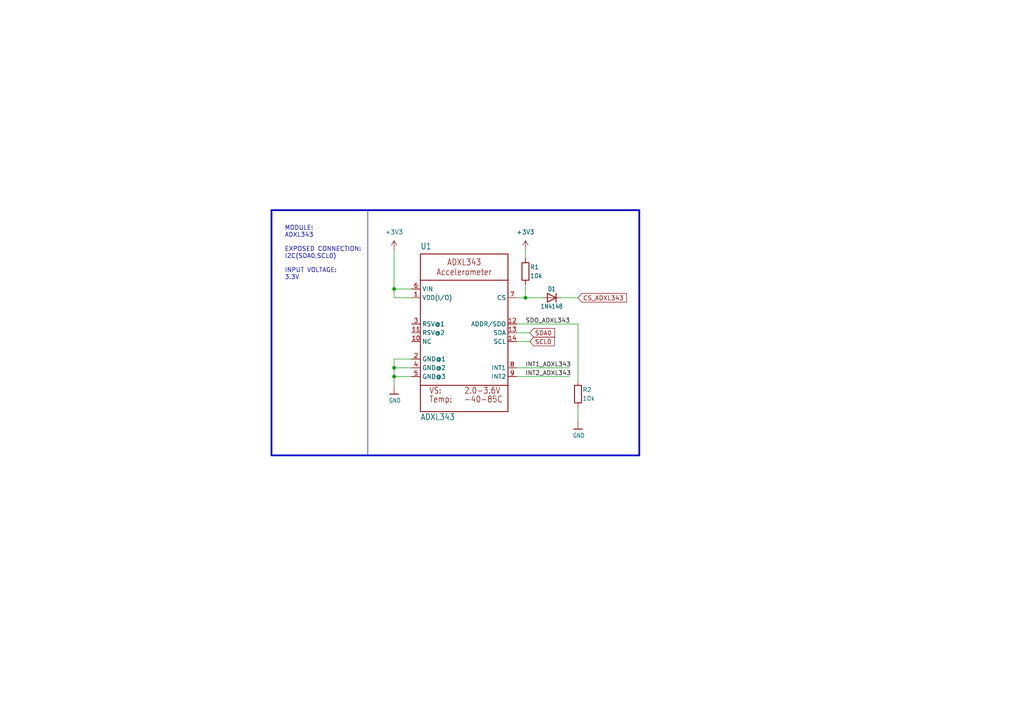
<source format=kicad_sch>
(kicad_sch (version 20230121) (generator eeschema)
  (paper "A4")
  (lib_symbols
    (symbol "Adafruit ADXL375-eagle-import:ACCEL_ADXL343"
      (property "Reference" "U" (at -12.7 26.162 0))
      (symbol "ACCEL_ADXL343_1_0"
        (polyline (pts (xy -12.7 -22.86) (xy 12.7 -22.86)) (stroke (width 0.254)))
        (polyline (pts (xy -12.7 -15.24) (xy -12.7 -22.86)) (stroke (width 0.254)))
        (polyline (pts (xy -12.7 -15.24) (xy -12.7 15.24)) (stroke (width 0.254)))
        (polyline (pts (xy -12.7 15.24) (xy 12.7 15.24)) (stroke (width 0.254)))
        (polyline (pts (xy -12.7 22.86) (xy -12.7 15.24)) (stroke (width 0.254)))
        (polyline (pts (xy -12.7 22.86) (xy 12.7 22.86)) (stroke (width 0.254)))
        (polyline (pts (xy 12.7 -15.24) (xy -12.7 -15.24)) (stroke (width 0.254)))
        (polyline (pts (xy 12.7 -15.24) (xy 12.7 -22.86)) (stroke (width 0.254)))
        (polyline (pts (xy 12.7 15.24) (xy 12.7 -15.24)) (stroke (width 0.254)))
        (polyline (pts (xy 12.7 22.86) (xy 12.7 15.24)) (stroke (width 0.254)))
        (text "-40-85C" (at 0 -20.32 0) (effects (font (size 1.778 1.5113)) (justify left bottom)))
        (text "2.0-3.6V" (at 0 -17.78 0) (effects (font (size 1.778 1.5113)) (justify left bottom)))
        (text "ADXL343\nAccelerometer" (at 0 19.05 0) (effects (font (size 1.778 1.5113))))
        (text "Temp:" (at -10.16 -20.32 0) (effects (font (size 1.778 1.5113)) (justify left bottom)))
        (text "VS:" (at -10.16 -17.78 0) (effects (font (size 1.778 1.5113)) (justify left bottom)))
        (pin bidirectional line (at -15.24 10.16 0) (length 2.54) (name "VDD(I/O)") (number "1"))
        (pin bidirectional line (at -15.24 -2.54 0) (length 2.54) (name "NC") (number "10"))
        (pin bidirectional line (at -15.24 0 0) (length 2.54) (name "RSV@2") (number "11"))
        (pin bidirectional line (at 15.24 2.54 180) (length 2.54) (name "ADDR/SDO") (number "12"))
        (pin bidirectional line (at 15.24 0 180) (length 2.54) (name "SDA") (number "13"))
        (pin bidirectional line (at 15.24 -2.54 180) (length 2.54) (name "SCL") (number "14"))
        (pin bidirectional line (at -15.24 -7.62 0) (length 2.54) (name "GND@1") (number "2"))
        (pin bidirectional line (at -15.24 2.54 0) (length 2.54) (name "RSV@1") (number "3"))
        (pin bidirectional line (at -15.24 -10.16 0) (length 2.54) (name "GND@2") (number "4"))
        (pin bidirectional line (at -15.24 -12.7 0) (length 2.54) (name "GND@3") (number "5"))
        (pin bidirectional line (at -15.24 12.7 0) (length 2.54) (name "VIN") (number "6"))
        (pin bidirectional line (at 15.24 10.16 180) (length 2.54) (name "CS") (number "7"))
        (pin bidirectional line (at 15.24 -10.16 180) (length 2.54) (name "INT1") (number "8"))
        (pin bidirectional line (at 15.24 -12.7 180) (length 2.54) (name "INT2") (number "9"))
      )
    )
    (symbol "Adafruit ADXL375-eagle-import:DIODESOD-323"
      (property "Reference" "D" (at 0 2.54 0))
      (symbol "DIODESOD-323_1_0"
        (polyline (pts (xy -1.27 -1.27) (xy 1.27 0)) (stroke (width 0.254)))
        (polyline (pts (xy -1.27 1.27) (xy -1.27 -1.27)) (stroke (width 0.254)))
        (polyline (pts (xy 1.27 0) (xy -1.27 1.27)) (stroke (width 0.254)))
        (polyline (pts (xy 1.27 0) (xy 1.27 -1.27)) (stroke (width 0.254)))
        (polyline (pts (xy 1.27 1.27) (xy 1.27 0)) (stroke (width 0.254)))
        (pin passive line (at -2.54 0 0) (length 2.54) (name "A") (number "A"))
        (pin passive line (at 2.54 0 180) (length 2.54) (name "C") (number "C"))
      )
    )
    (symbol "Adafruit ADXL375-eagle-import:GND" (power)
      (property "Value" "GND" (at -1.524 -2.54 0))
      (symbol "GND_1_0"
        (polyline (pts (xy -1.27 0) (xy 1.27 0)) (stroke (width 0.254)))
        (pin power_in line (at 0 2.54 270) (length 2.54) (name "GND") (number "1"))
      )
    )
    (symbol "Device:R" (pin_numbers hide) (pin_names (offset 0))
      (property "Reference" "R" (at 2.032 0 90))
      (property "Value" "R" (at 0 0 90))
      (symbol "R_0_1"
        (rectangle (start -1.016 -2.54) (end 1.016 2.54) (stroke (width 0.254)))
      )
      (symbol "R_1_1"
        (pin passive line (at 0 3.81 270) (length 1.27) (name "~") (number "1"))
        (pin passive line (at 0 -3.81 90) (length 1.27) (name "~") (number "2"))
      )
    )
    (symbol "power:+3V3" (power) (pin_names (offset 0))
      (property "Value" "+3V3" (at 0 3.556 0))
      (symbol "+3V3_0_1"
        (polyline (pts (xy -0.762 1.27) (xy 0 2.54)))
        (polyline (pts (xy 0 0) (xy 0 2.54)))
        (polyline (pts (xy 0 2.54) (xy 0.762 1.27)))
      )
      (symbol "+3V3_1_1"
        (pin power_in line (at 0 0 90) (length 0) hide (name "+3V3") (number "1"))
      )
    )
  )
  (junction (at 114.3 109.22))
  (junction (at 114.3 83.82))
  (junction (at 114.3 106.68))
  (junction (at 152.4 86.36))
  (wire (pts (xy 167.64 118.11) (xy 167.64 119.38)))
  (wire (pts (xy 149.86 93.98) (xy 167.64 93.98)) (stroke (width 0.1524)))
  (wire (pts (xy 149.86 99.06) (xy 153.67 99.06)) (stroke (width 0.1524)))
  (wire (pts (xy 114.3 109.22) (xy 114.3 111.76)) (stroke (width 0.1524)))
  (wire (pts (xy 114.3 86.36) (xy 114.3 83.82)) (stroke (width 0.1524)))
  (wire (pts (xy 114.3 83.82) (xy 114.3 72.39)) (stroke (width 0.1524)))
  (wire (pts (xy 152.4 72.39) (xy 152.4 74.93)) (stroke (width 0.1524)))
  (wire (pts (xy 167.64 93.98) (xy 167.64 110.49)) (stroke (width 0.1524)))
  (wire (pts (xy 152.4 86.36) (xy 149.86 86.36)) (stroke (width 0.1524)))
  (wire (pts (xy 167.64 119.38) (xy 167.64 121.92)) (stroke (width 0.1524)))
  (wire (pts (xy 149.86 109.22) (xy 165.1 109.22)) (stroke (width 0.1524)))
  (wire (pts (xy 152.4 86.36) (xy 157.48 86.36)) (stroke (width 0.1524)))
  (wire (pts (xy 119.38 106.68) (xy 114.3 106.68)) (stroke (width 0.1524)))
  (wire (pts (xy 119.38 86.36) (xy 114.3 86.36)) (stroke (width 0.1524)))
  (wire (pts (xy 152.4 82.55) (xy 152.4 83.82)))
  (wire (pts (xy 114.3 83.82) (xy 119.38 83.82)) (stroke (width 0.1524)))
  (wire (pts (xy 162.56 86.36) (xy 167.64 86.36)) (stroke (width 0.1524)))
  (wire (pts (xy 149.86 106.68) (xy 165.1 106.68)) (stroke (width 0.1524)))
  (wire (pts (xy 152.4 86.36) (xy 152.4 83.82)) (stroke (width 0.1524)))
  (wire (pts (xy 114.3 106.68) (xy 114.3 109.22)) (stroke (width 0.1524)))
  (wire (pts (xy 119.38 109.22) (xy 114.3 109.22)) (stroke (width 0.1524)))
  (wire (pts (xy 114.3 104.14) (xy 114.3 106.68)) (stroke (width 0.1524)))
  (wire (pts (xy 119.38 104.14) (xy 114.3 104.14)) (stroke (width 0.1524)))
  (wire (pts (xy 149.86 96.52) (xy 153.67 96.52)) (stroke (width 0.1524)))
  (rectangle (start 78.74 60.96) (end 185.42 132.08) (stroke (width 0.5)))
  (rectangle (start 78.74 60.96) (end 106.68 132.08))
  (text "MODULE:\nADXL343\n\nEXPOSED CONNECTION: \nI2C(SDA0,SCL0)\n\nINPUT VOLTAGE:\n3.3V" (at 82.55 81.28 0) (effects (font (size 1.27 1.27)) (justify left bottom)))
  (label "INT1_ADXL343" (at 152.4 106.68 0) (effects (font (size 1.2446 1.2446))))
  (label "INT2_ADXL343" (at 152.4 109.22 0) (effects (font (size 1.2446 1.2446))))
  (label "SDO_ADXL343" (at 152.4 93.98 0) (effects (font (size 1.2446 1.2446))))
  (global_label "SCL0" (shape input) (at 153.67 99.06 0) (property "Intersheetrefs" "${INTERSHEET_REFS}" (effects hide)))
  (global_label "SDA0" (shape input) (at 153.67 96.52 0) (property "Intersheetrefs" "${INTERSHEET_REFS}" (effects hide)))
  (global_label "CS_ADXL343" (shape input) (at 167.64 86.36 0) (property "Intersheetrefs" "${INTERSHEET_REFS}" (effects hide)))
  (symbol (lib_id "power:+3V3") (at 152.4 72.39 0) (unit 1)
    (property "Reference" "#PWR02" (effects hide))
    (property "Value" "+3V3" (at 152.4 67.31 0))
  )
  (symbol (lib_id "power:+3V3") (at 114.3 72.39 0) (unit 1)
    (property "Reference" "#PWR01" (effects hide))
    (property "Value" "+3V3" (at 114.3 67.31 0))
  )
  (symbol (lib_id "Device:R") (at 152.4 78.74 0) (unit 1)
    (property "Reference" "R1" (at 153.67 77.47 0) (effects (justify left)))
    (property "Value" "10k" (at 153.67 80.01 0) (effects (justify left)))
    (property "Footprint" "Resistor_SMD:R_01005_0402Metric" (effects hide))
  )
  (symbol (lib_id "Adafruit ADXL375-eagle-import:GND") (at 114.3 114.3 0) (unit 1)
    (property "Reference" "#U$01" (effects hide))
    (property "Value" "GND" (at 112.776 116.84 0) (effects (font (size 1.27 1.0795)) (justify left bottom)))
  )
  (symbol (lib_id "Adafruit ADXL375-eagle-import:ACCEL_ADXL343") (at 134.62 96.52 0) (unit 1)
    (property "Reference" "U1" (at 121.92 72.39 0) (effects (font (size 1.778 1.5113)) (justify left bottom)))
    (property "Value" "ADXL343" (at 121.92 121.92 0) (effects (font (size 1.778 1.5113)) (justify left bottom)))
    (property "Footprint" "Adafruit ADXL375:LGA14" (effects hide))
  )
  (symbol (lib_id "Device:R") (at 167.64 114.3 0) (unit 1)
    (property "Reference" "R2" (at 168.91 113.03 0) (effects (justify left)))
    (property "Value" "10k" (at 168.91 115.57 0) (effects (justify left)))
    (property "Footprint" "Resistor_SMD:R_01005_0402Metric" (effects hide))
  )
  (symbol (lib_id "Adafruit ADXL375-eagle-import:DIODESOD-323") (at 160.02 86.36 0) (unit 1)
    (property "Reference" "D1" (at 160.02 83.82 0) (effects (font (size 1.27 1.0795))))
    (property "Value" "1N4148" (at 160.02 88.86 0) (effects (font (size 1.27 1.0795))))
    (property "Footprint" "Adafruit ADXL375:SOD-323" (effects hide))
  )
  (symbol (lib_id "Adafruit ADXL375-eagle-import:GND") (at 167.64 124.46 0) (unit 1)
    (property "Reference" "#U$02" (effects hide))
    (property "Value" "GND" (at 166.116 127 0) (effects (font (size 1.27 1.0795)) (justify left bottom)))
  )
)
</source>
